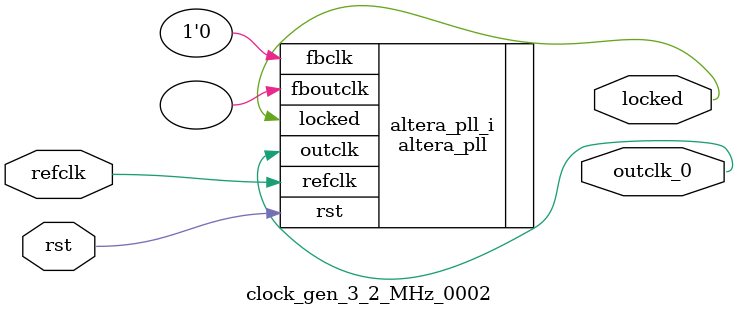
<source format=v>
`timescale 1ns/10ps
module  clock_gen_3_2_MHz_0002(

	// interface 'refclk'
	input wire refclk,

	// interface 'reset'
	input wire rst,

	// interface 'outclk0'
	output wire outclk_0,

	// interface 'locked'
	output wire locked
);

	altera_pll #(
		.fractional_vco_multiplier("true"),
		.reference_clock_frequency("50.0 MHz"),
		.operation_mode("direct"),
		.number_of_clocks(1),
		.output_clock_frequency0("3.200000 MHz"),
		.phase_shift0("0 ps"),
		.duty_cycle0(50),
		.output_clock_frequency1("0 MHz"),
		.phase_shift1("0 ps"),
		.duty_cycle1(50),
		.output_clock_frequency2("0 MHz"),
		.phase_shift2("0 ps"),
		.duty_cycle2(50),
		.output_clock_frequency3("0 MHz"),
		.phase_shift3("0 ps"),
		.duty_cycle3(50),
		.output_clock_frequency4("0 MHz"),
		.phase_shift4("0 ps"),
		.duty_cycle4(50),
		.output_clock_frequency5("0 MHz"),
		.phase_shift5("0 ps"),
		.duty_cycle5(50),
		.output_clock_frequency6("0 MHz"),
		.phase_shift6("0 ps"),
		.duty_cycle6(50),
		.output_clock_frequency7("0 MHz"),
		.phase_shift7("0 ps"),
		.duty_cycle7(50),
		.output_clock_frequency8("0 MHz"),
		.phase_shift8("0 ps"),
		.duty_cycle8(50),
		.output_clock_frequency9("0 MHz"),
		.phase_shift9("0 ps"),
		.duty_cycle9(50),
		.output_clock_frequency10("0 MHz"),
		.phase_shift10("0 ps"),
		.duty_cycle10(50),
		.output_clock_frequency11("0 MHz"),
		.phase_shift11("0 ps"),
		.duty_cycle11(50),
		.output_clock_frequency12("0 MHz"),
		.phase_shift12("0 ps"),
		.duty_cycle12(50),
		.output_clock_frequency13("0 MHz"),
		.phase_shift13("0 ps"),
		.duty_cycle13(50),
		.output_clock_frequency14("0 MHz"),
		.phase_shift14("0 ps"),
		.duty_cycle14(50),
		.output_clock_frequency15("0 MHz"),
		.phase_shift15("0 ps"),
		.duty_cycle15(50),
		.output_clock_frequency16("0 MHz"),
		.phase_shift16("0 ps"),
		.duty_cycle16(50),
		.output_clock_frequency17("0 MHz"),
		.phase_shift17("0 ps"),
		.duty_cycle17(50),
		.pll_type("General"),
		.pll_subtype("General")
	) altera_pll_i (
		.rst	(rst),
		.outclk	({outclk_0}),
		.locked	(locked),
		.fboutclk	( ),
		.fbclk	(1'b0),
		.refclk	(refclk)
	);
endmodule


</source>
